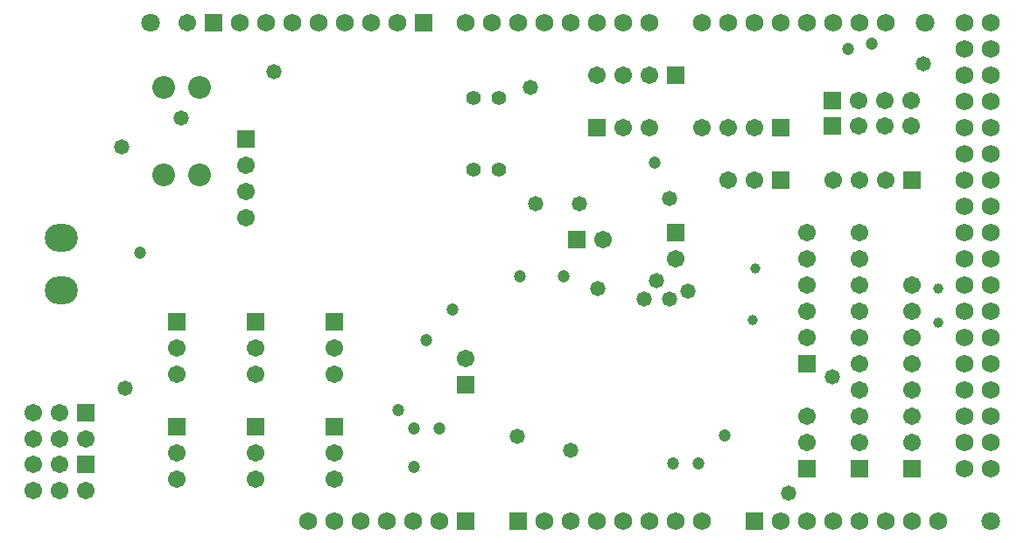
<source format=gbs>
G04 Layer_Color=16711935*
%FSLAX44Y44*%
%MOMM*%
G71*
G01*
G75*
%ADD61C,1.7272*%
%ADD62R,1.7272X1.7272*%
%ADD63C,1.8032*%
%ADD64R,1.7032X1.7032*%
%ADD65C,1.7032*%
%ADD66R,1.7032X1.7032*%
%ADD67C,1.4032*%
%ADD68C,2.2032*%
%ADD69O,3.2032X2.7032*%
%ADD70C,1.2032*%
%ADD71C,1.4732*%
%ADD72C,1.0032*%
D61*
X304800Y25400D02*
D03*
X863600Y508000D02*
D03*
X838200D02*
D03*
X238760D02*
D03*
X264160D02*
D03*
X289560D02*
D03*
X314960D02*
D03*
X340360D02*
D03*
X365760D02*
D03*
X391160D02*
D03*
X457200D02*
D03*
X482600D02*
D03*
X508000D02*
D03*
X533400D02*
D03*
X558800D02*
D03*
X584200D02*
D03*
X558800Y25400D02*
D03*
X533400D02*
D03*
X635000D02*
D03*
X609600D02*
D03*
X584200D02*
D03*
X431800D02*
D03*
X406400D02*
D03*
X381000D02*
D03*
X355600D02*
D03*
X330200D02*
D03*
X660400D02*
D03*
X685800D02*
D03*
X762000D02*
D03*
X787400D02*
D03*
X812800D02*
D03*
X838200D02*
D03*
X863600D02*
D03*
X889000D02*
D03*
X914400D02*
D03*
X939800Y508000D02*
D03*
X965200D02*
D03*
X939800Y482600D02*
D03*
X965200D02*
D03*
X939800Y457200D02*
D03*
X965200D02*
D03*
X939800Y431800D02*
D03*
X965200D02*
D03*
X939800Y406400D02*
D03*
X965200D02*
D03*
X939800Y381000D02*
D03*
X965200D02*
D03*
X939800Y355600D02*
D03*
X965200D02*
D03*
X939800Y330200D02*
D03*
X965200D02*
D03*
X939800Y304800D02*
D03*
X965200D02*
D03*
X939800Y279400D02*
D03*
X965200D02*
D03*
X939800Y254000D02*
D03*
X965200D02*
D03*
X939800Y228600D02*
D03*
X965200D02*
D03*
X939800Y203200D02*
D03*
X965200D02*
D03*
X939800Y177800D02*
D03*
X965200D02*
D03*
X939800Y152400D02*
D03*
X965200D02*
D03*
X939800Y127000D02*
D03*
X965200D02*
D03*
X939800Y101600D02*
D03*
X965200D02*
D03*
X939800Y76200D02*
D03*
X965200D02*
D03*
X812800Y508000D02*
D03*
X762000D02*
D03*
X711200D02*
D03*
X609600D02*
D03*
X787400D02*
D03*
X736600D02*
D03*
X685800D02*
D03*
X635000D02*
D03*
D62*
X416560D02*
D03*
X508000Y25400D02*
D03*
X457200D02*
D03*
X736600D02*
D03*
D63*
X152400Y508000D02*
D03*
X965200Y25400D02*
D03*
X901700Y508000D02*
D03*
D64*
X565000Y297500D02*
D03*
X90000Y130000D02*
D03*
Y80000D02*
D03*
X660400Y457200D02*
D03*
X812500Y407500D02*
D03*
X889000Y355600D02*
D03*
X762000D02*
D03*
Y406400D02*
D03*
X584200D02*
D03*
X213360Y508000D02*
D03*
X812500Y432500D02*
D03*
D65*
X590400Y297500D02*
D03*
X64600Y130000D02*
D03*
X39200D02*
D03*
X90000Y104600D02*
D03*
X64600D02*
D03*
X39200D02*
D03*
X64600Y80000D02*
D03*
X39200D02*
D03*
X90000Y54600D02*
D03*
X64600D02*
D03*
X39200D02*
D03*
X660400Y279400D02*
D03*
X889000Y254000D02*
D03*
Y228600D02*
D03*
Y203200D02*
D03*
Y177800D02*
D03*
Y152400D02*
D03*
Y127000D02*
D03*
Y101600D02*
D03*
X838200Y127000D02*
D03*
Y304800D02*
D03*
Y279400D02*
D03*
Y254000D02*
D03*
Y228600D02*
D03*
Y203200D02*
D03*
Y177800D02*
D03*
Y152400D02*
D03*
Y101600D02*
D03*
X787400D02*
D03*
Y127000D02*
D03*
X787400Y203200D02*
D03*
Y228600D02*
D03*
Y254000D02*
D03*
Y279400D02*
D03*
Y304800D02*
D03*
X584200Y457200D02*
D03*
X609600D02*
D03*
X635000D02*
D03*
X888700Y407500D02*
D03*
X863300D02*
D03*
X837900D02*
D03*
X330900Y91400D02*
D03*
Y66000D02*
D03*
X812800Y355600D02*
D03*
X838200D02*
D03*
X863600D02*
D03*
X254700Y91400D02*
D03*
Y66000D02*
D03*
X178500Y91400D02*
D03*
Y66000D02*
D03*
X330900Y193000D02*
D03*
Y167600D02*
D03*
X254700Y193000D02*
D03*
Y167600D02*
D03*
X178500Y193000D02*
D03*
Y167600D02*
D03*
X736600Y355600D02*
D03*
X711200D02*
D03*
X685800Y406400D02*
D03*
X711200D02*
D03*
X736600D02*
D03*
X609600D02*
D03*
X635000D02*
D03*
X245000Y318800D02*
D03*
Y344200D02*
D03*
Y369600D02*
D03*
X187960Y508000D02*
D03*
X457200Y182880D02*
D03*
X837900Y432500D02*
D03*
X863300D02*
D03*
X888700D02*
D03*
D66*
X660400Y304800D02*
D03*
X889000Y76200D02*
D03*
X838200Y76200D02*
D03*
X787400D02*
D03*
X787400Y177800D02*
D03*
X330900Y116800D02*
D03*
X254700D02*
D03*
X178500D02*
D03*
X330900Y218400D02*
D03*
X254700D02*
D03*
X178500D02*
D03*
X245000Y395000D02*
D03*
X457200Y157480D02*
D03*
D67*
X465000Y435000D02*
D03*
X490000D02*
D03*
X465000Y365000D02*
D03*
X490000D02*
D03*
D68*
X200000Y360000D02*
D03*
X165000D02*
D03*
Y445000D02*
D03*
X200000D02*
D03*
D69*
X66040Y248920D02*
D03*
Y299720D02*
D03*
D70*
X657860Y81280D02*
D03*
X682860D02*
D03*
X827500Y482500D02*
D03*
X850000Y487500D02*
D03*
X142500Y285000D02*
D03*
X432500Y115000D02*
D03*
X552500Y262500D02*
D03*
X510000D02*
D03*
X707800Y107879D02*
D03*
X392499Y132500D02*
D03*
X640000Y372500D02*
D03*
X445000Y230000D02*
D03*
X407500Y115000D02*
D03*
Y77500D02*
D03*
X419100Y200660D02*
D03*
D71*
X558800Y93980D02*
D03*
X182500Y414999D02*
D03*
X125000Y387500D02*
D03*
X128500Y154000D02*
D03*
X812498Y165000D02*
D03*
X507500Y107500D02*
D03*
X655000Y240000D02*
D03*
X642500Y257500D02*
D03*
X630000Y240000D02*
D03*
X655000Y337500D02*
D03*
X585000Y250000D02*
D03*
X567500Y332500D02*
D03*
X770000Y52500D02*
D03*
X520000Y445000D02*
D03*
X525000Y332500D02*
D03*
X900000Y467500D02*
D03*
X672500Y247500D02*
D03*
X272500Y460000D02*
D03*
D72*
X915000Y217500D02*
D03*
Y250000D02*
D03*
X735000Y220000D02*
D03*
X737500Y270000D02*
D03*
M02*

</source>
